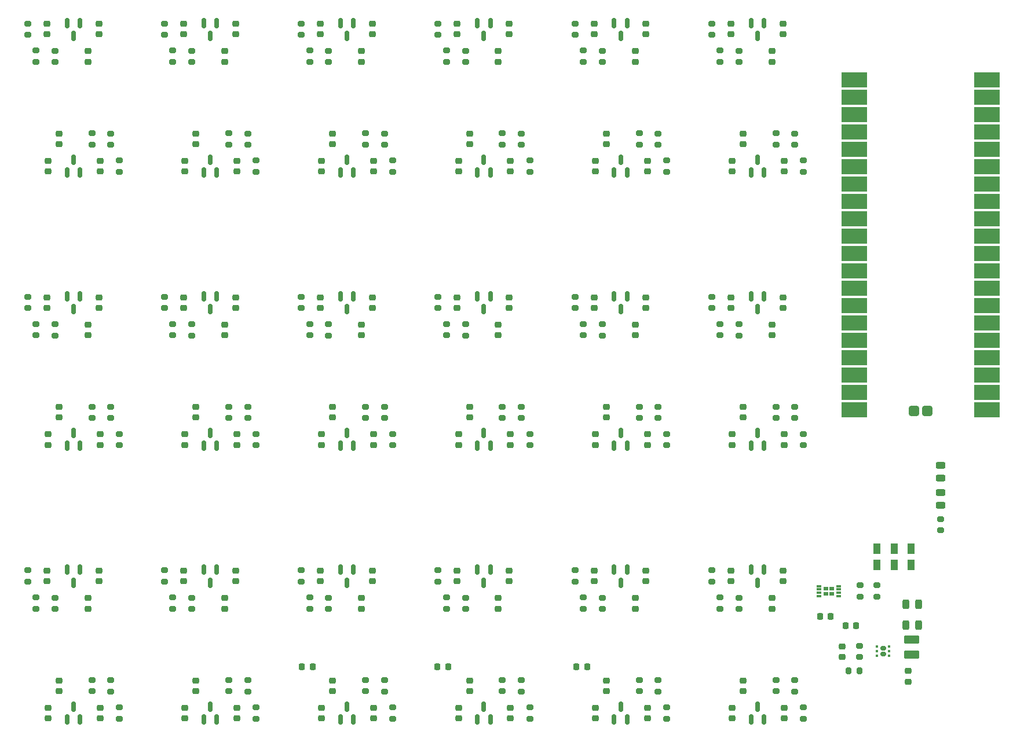
<source format=gbr>
%TF.GenerationSoftware,KiCad,Pcbnew,9.0.1*%
%TF.CreationDate,2025-11-23T11:55:31-07:00*%
%TF.ProjectId,Array,41727261-792e-46b6-9963-61645f706362,rev?*%
%TF.SameCoordinates,Original*%
%TF.FileFunction,Paste,Top*%
%TF.FilePolarity,Positive*%
%FSLAX46Y46*%
G04 Gerber Fmt 4.6, Leading zero omitted, Abs format (unit mm)*
G04 Created by KiCad (PCBNEW 9.0.1) date 2025-11-23 11:55:31*
%MOMM*%
%LPD*%
G01*
G04 APERTURE LIST*
G04 Aperture macros list*
%AMRoundRect*
0 Rectangle with rounded corners*
0 $1 Rounding radius*
0 $2 $3 $4 $5 $6 $7 $8 $9 X,Y pos of 4 corners*
0 Add a 4 corners polygon primitive as box body*
4,1,4,$2,$3,$4,$5,$6,$7,$8,$9,$2,$3,0*
0 Add four circle primitives for the rounded corners*
1,1,$1+$1,$2,$3*
1,1,$1+$1,$4,$5*
1,1,$1+$1,$6,$7*
1,1,$1+$1,$8,$9*
0 Add four rect primitives between the rounded corners*
20,1,$1+$1,$2,$3,$4,$5,0*
20,1,$1+$1,$4,$5,$6,$7,0*
20,1,$1+$1,$6,$7,$8,$9,0*
20,1,$1+$1,$8,$9,$2,$3,0*%
G04 Aperture macros list end*
%ADD10RoundRect,0.200000X-0.275000X0.200000X-0.275000X-0.200000X0.275000X-0.200000X0.275000X0.200000X0*%
%ADD11RoundRect,0.225000X-0.250000X0.225000X-0.250000X-0.225000X0.250000X-0.225000X0.250000X0.225000X0*%
%ADD12RoundRect,0.250000X0.850000X-0.375000X0.850000X0.375000X-0.850000X0.375000X-0.850000X-0.375000X0*%
%ADD13RoundRect,0.225000X-0.225000X-0.250000X0.225000X-0.250000X0.225000X0.250000X-0.225000X0.250000X0*%
%ADD14RoundRect,0.200000X0.200000X0.275000X-0.200000X0.275000X-0.200000X-0.275000X0.200000X-0.275000X0*%
%ADD15RoundRect,0.160000X-0.245000X-0.160000X0.245000X-0.160000X0.245000X0.160000X-0.245000X0.160000X0*%
%ADD16RoundRect,0.093750X-0.093750X-0.106250X0.093750X-0.106250X0.093750X0.106250X-0.093750X0.106250X0*%
%ADD17RoundRect,0.200000X0.275000X-0.200000X0.275000X0.200000X-0.275000X0.200000X-0.275000X-0.200000X0*%
%ADD18R,0.710000X0.580000*%
%ADD19R,0.750000X0.300000*%
%ADD20RoundRect,0.243750X0.243750X0.456250X-0.243750X0.456250X-0.243750X-0.456250X0.243750X-0.456250X0*%
%ADD21RoundRect,0.243750X0.456250X-0.243750X0.456250X0.243750X-0.456250X0.243750X-0.456250X-0.243750X0*%
%ADD22RoundRect,0.243750X-0.456250X0.243750X-0.456250X-0.243750X0.456250X-0.243750X0.456250X0.243750X0*%
%ADD23RoundRect,0.225000X0.250000X-0.225000X0.250000X0.225000X-0.250000X0.225000X-0.250000X-0.225000X0*%
%ADD24RoundRect,0.150000X0.150000X-0.587500X0.150000X0.587500X-0.150000X0.587500X-0.150000X-0.587500X0*%
%ADD25RoundRect,0.150000X-0.150000X0.587500X-0.150000X-0.587500X0.150000X-0.587500X0.150000X0.587500X0*%
%ADD26R,1.000000X1.600000*%
%ADD27RoundRect,0.225000X0.225000X0.250000X-0.225000X0.250000X-0.225000X-0.250000X0.225000X-0.250000X0*%
%ADD28R,3.800000X2.200000*%
%ADD29RoundRect,0.300000X0.450000X0.450000X-0.450000X0.450000X-0.450000X-0.450000X0.450000X-0.450000X0*%
G04 APERTURE END LIST*
D10*
%TO.C,R75*%
X181249442Y-136473601D03*
X181249442Y-138123601D03*
%TD*%
D11*
%TO.C,C116*%
X188361442Y-140155601D03*
X188361442Y-141705601D03*
%TD*%
D12*
%TO.C,L1*%
X188869442Y-137733601D03*
X188869442Y-135583601D03*
%TD*%
D13*
%TO.C,C117*%
X179191442Y-133551601D03*
X180741442Y-133551601D03*
%TD*%
D11*
%TO.C,C118*%
X178709442Y-136573601D03*
X178709442Y-138123601D03*
%TD*%
D14*
%TO.C,R76*%
X181249442Y-140155601D03*
X179599442Y-140155601D03*
%TD*%
D15*
%TO.C,U43*%
X184676942Y-136849601D03*
X184676942Y-137649601D03*
D16*
X183789442Y-136599601D03*
X183789442Y-137249601D03*
X183789442Y-137899601D03*
X185564442Y-137899601D03*
X185564442Y-137249601D03*
X185564442Y-136599601D03*
%TD*%
D17*
%TO.C,R73*%
X181285442Y-129255601D03*
X181285442Y-127605601D03*
%TD*%
D13*
%TO.C,C115*%
X175447942Y-132168101D03*
X176997942Y-132168101D03*
%TD*%
D17*
%TO.C,R74*%
X183795442Y-129255601D03*
X183795442Y-127605601D03*
%TD*%
D18*
%TO.C,U37*%
X177185442Y-128830601D03*
X177185442Y-128105601D03*
X176310442Y-128830601D03*
X176310442Y-128105601D03*
D19*
X178197942Y-129218101D03*
X178197942Y-128718101D03*
X178197942Y-128218101D03*
X178197942Y-127718101D03*
X175297942Y-127718101D03*
X175297942Y-128218101D03*
X175297942Y-128718101D03*
X175297942Y-129218101D03*
%TD*%
D20*
%TO.C,D2*%
X189854442Y-130391601D03*
X187979442Y-130391601D03*
%TD*%
%TO.C,D1*%
X189854442Y-133447601D03*
X187979442Y-133447601D03*
%TD*%
D17*
%TO.C,R81*%
X193078442Y-119542601D03*
X193078442Y-117892601D03*
%TD*%
D21*
%TO.C,D5*%
X193040442Y-115932101D03*
X193040442Y-114057101D03*
%TD*%
D22*
%TO.C,D3*%
X193040442Y-110064601D03*
X193040442Y-111939601D03*
%TD*%
D23*
%TO.C,C53*%
X104204442Y-63071601D03*
X104204442Y-61521601D03*
%TD*%
D11*
%TO.C,C104*%
X168414442Y-129471601D03*
X168414442Y-131021601D03*
%TD*%
D23*
%TO.C,C75*%
X142604442Y-107071601D03*
X142604442Y-105521601D03*
%TD*%
D11*
%TO.C,C25*%
X82414442Y-125471601D03*
X82414442Y-127021601D03*
%TD*%
D24*
%TO.C,U33*%
X165359442Y-107209101D03*
X167259442Y-107209101D03*
X166309442Y-105334101D03*
%TD*%
D17*
%TO.C,R18*%
X93004442Y-67121601D03*
X93004442Y-65471601D03*
%TD*%
%TO.C,R41*%
X133004442Y-107121601D03*
X133004442Y-105471601D03*
%TD*%
D10*
%TO.C,R40*%
X119614442Y-45421601D03*
X119614442Y-47071601D03*
%TD*%
D24*
%TO.C,U35*%
X165359442Y-67209101D03*
X167259442Y-67209101D03*
X166309442Y-65334101D03*
%TD*%
D10*
%TO.C,R13*%
X79614442Y-85421601D03*
X79614442Y-87071601D03*
%TD*%
%TO.C,R61*%
X159614442Y-85421601D03*
X159614442Y-87071601D03*
%TD*%
D23*
%TO.C,C92*%
X162604442Y-147071601D03*
X162604442Y-145521601D03*
%TD*%
D11*
%TO.C,C78*%
X150014442Y-45471601D03*
X150014442Y-47021601D03*
%TD*%
D23*
%TO.C,C62*%
X130204442Y-107071601D03*
X130204442Y-105521601D03*
%TD*%
D17*
%TO.C,R17*%
X93004442Y-107121601D03*
X93004442Y-105471601D03*
%TD*%
D11*
%TO.C,C86*%
X148414442Y-129471601D03*
X148414442Y-131021601D03*
%TD*%
%TO.C,C65*%
X122414442Y-45471601D03*
X122414442Y-47021601D03*
%TD*%
D25*
%TO.C,U24*%
X127259442Y-45334101D03*
X125359442Y-45334101D03*
X126309442Y-47209101D03*
%TD*%
D26*
%TO.C,SW1*%
X188789442Y-124663601D03*
X186289442Y-124663601D03*
X183789442Y-124663601D03*
X188789442Y-122263601D03*
X186289442Y-122263601D03*
X183789442Y-122263601D03*
%TD*%
D11*
%TO.C,C108*%
X168414442Y-49471601D03*
X168414442Y-51021601D03*
%TD*%
%TO.C,C17*%
X62414442Y-45471601D03*
X62414442Y-47021601D03*
%TD*%
%TO.C,C12*%
X68414442Y-89471601D03*
X68414442Y-91021601D03*
%TD*%
%TO.C,C81*%
X142414442Y-85471601D03*
X142414442Y-87021601D03*
%TD*%
D24*
%TO.C,U5*%
X65359442Y-67209101D03*
X67259442Y-67209101D03*
X66309442Y-65334101D03*
%TD*%
D23*
%TO.C,C77*%
X142604442Y-67071601D03*
X142604442Y-65521601D03*
%TD*%
%TO.C,C80*%
X150204442Y-107071601D03*
X150204442Y-105521601D03*
%TD*%
D17*
%TO.C,R26*%
X113004442Y-147121601D03*
X113004442Y-145471601D03*
%TD*%
D10*
%TO.C,R90*%
X91775442Y-101504601D03*
X91775442Y-103154601D03*
%TD*%
D23*
%TO.C,C46*%
X110204442Y-67071601D03*
X110204442Y-65521601D03*
%TD*%
D25*
%TO.C,U12*%
X87259442Y-45334101D03*
X85359442Y-45334101D03*
X86309442Y-47209101D03*
%TD*%
D23*
%TO.C,C69*%
X124204442Y-103071601D03*
X124204442Y-101521601D03*
%TD*%
%TO.C,C44*%
X110204442Y-107071601D03*
X110204442Y-105521601D03*
%TD*%
D10*
%TO.C,R94*%
X111775442Y-141504601D03*
X111775442Y-143154601D03*
%TD*%
D11*
%TO.C,C34*%
X88414442Y-89471601D03*
X88414442Y-91021601D03*
%TD*%
%TO.C,C47*%
X102414442Y-45471601D03*
X102414442Y-47021601D03*
%TD*%
D17*
%TO.C,R95*%
X100843442Y-131038601D03*
X100843442Y-129388601D03*
%TD*%
%TO.C,R43*%
X129004442Y-143121601D03*
X129004442Y-141471601D03*
%TD*%
D23*
%TO.C,C93*%
X162604442Y-107071601D03*
X162604442Y-105521601D03*
%TD*%
%TO.C,C38*%
X102604442Y-147071601D03*
X102604442Y-145521601D03*
%TD*%
%TO.C,C107*%
X164204442Y-63071601D03*
X164204442Y-61521601D03*
%TD*%
%TO.C,C14*%
X70204442Y-67071601D03*
X70204442Y-65521601D03*
%TD*%
D11*
%TO.C,C32*%
X88414442Y-129471601D03*
X88414442Y-131021601D03*
%TD*%
D10*
%TO.C,R104*%
X131775442Y-61504601D03*
X131775442Y-63154601D03*
%TD*%
D23*
%TO.C,C7*%
X62604442Y-107071601D03*
X62604442Y-105521601D03*
%TD*%
D11*
%TO.C,C6*%
X68414442Y-129471601D03*
X68414442Y-131021601D03*
%TD*%
%TO.C,C11*%
X62414442Y-85471601D03*
X62414442Y-87021601D03*
%TD*%
D24*
%TO.C,U7*%
X85359442Y-147209101D03*
X87259442Y-147209101D03*
X86309442Y-145334101D03*
%TD*%
D10*
%TO.C,R82*%
X71775442Y-141504601D03*
X71775442Y-143154601D03*
%TD*%
D27*
%TO.C,C110*%
X121064442Y-139535601D03*
X119514442Y-139535601D03*
%TD*%
D11*
%TO.C,C24*%
X90014442Y-45471601D03*
X90014442Y-47021601D03*
%TD*%
D17*
%TO.C,R89*%
X80843442Y-131038601D03*
X80843442Y-129388601D03*
%TD*%
D11*
%TO.C,C42*%
X110014442Y-45471601D03*
X110014442Y-47021601D03*
%TD*%
%TO.C,C61*%
X122414442Y-125471601D03*
X122414442Y-127021601D03*
%TD*%
%TO.C,C40*%
X110014442Y-85471601D03*
X110014442Y-87021601D03*
%TD*%
D23*
%TO.C,C105*%
X164204442Y-103071601D03*
X164204442Y-101521601D03*
%TD*%
D10*
%TO.C,R100*%
X131775442Y-141504601D03*
X131775442Y-143154601D03*
%TD*%
D17*
%TO.C,R103*%
X120843442Y-91038601D03*
X120843442Y-89388601D03*
%TD*%
%TO.C,R91*%
X80843442Y-91038601D03*
X80843442Y-89388601D03*
%TD*%
D23*
%TO.C,C82*%
X150204442Y-67071601D03*
X150204442Y-65521601D03*
%TD*%
%TO.C,C98*%
X170204442Y-107071601D03*
X170204442Y-105521601D03*
%TD*%
D10*
%TO.C,R92*%
X91775442Y-61504601D03*
X91775442Y-63154601D03*
%TD*%
D11*
%TO.C,C88*%
X148414442Y-89471601D03*
X148414442Y-91021601D03*
%TD*%
D17*
%TO.C,R42*%
X133004442Y-67121601D03*
X133004442Y-65471601D03*
%TD*%
D11*
%TO.C,C63*%
X122414442Y-85471601D03*
X122414442Y-87021601D03*
%TD*%
D25*
%TO.C,U8*%
X87259442Y-125334101D03*
X85359442Y-125334101D03*
X86309442Y-127209101D03*
%TD*%
D24*
%TO.C,U13*%
X105359442Y-147209101D03*
X107259442Y-147209101D03*
X106309442Y-145334101D03*
%TD*%
D10*
%TO.C,R88*%
X91775442Y-141504601D03*
X91775442Y-143154601D03*
%TD*%
D24*
%TO.C,U11*%
X85359442Y-67209101D03*
X87259442Y-67209101D03*
X86309442Y-65334101D03*
%TD*%
D11*
%TO.C,C94*%
X170014442Y-85471601D03*
X170014442Y-87021601D03*
%TD*%
%TO.C,C54*%
X108414442Y-49471601D03*
X108414442Y-51021601D03*
%TD*%
%TO.C,C50*%
X108414442Y-129471601D03*
X108414442Y-131021601D03*
%TD*%
D17*
%TO.C,R6*%
X69004442Y-103121601D03*
X69004442Y-101471601D03*
%TD*%
D11*
%TO.C,C96*%
X170014442Y-45471601D03*
X170014442Y-47021601D03*
%TD*%
D23*
%TO.C,C67*%
X124204442Y-143071601D03*
X124204442Y-141521601D03*
%TD*%
D24*
%TO.C,U1*%
X65359442Y-147209101D03*
X67259442Y-147209101D03*
X66309442Y-145334101D03*
%TD*%
D23*
%TO.C,C85*%
X144204442Y-143071601D03*
X144204442Y-141521601D03*
%TD*%
D25*
%TO.C,U16*%
X107259442Y-85334101D03*
X105359442Y-85334101D03*
X106309442Y-87209101D03*
%TD*%
D23*
%TO.C,C13*%
X62604442Y-67071601D03*
X62604442Y-65521601D03*
%TD*%
D25*
%TO.C,U28*%
X147259442Y-85334101D03*
X145359442Y-85334101D03*
X146309442Y-87209101D03*
%TD*%
D28*
%TO.C,A1*%
X199829442Y-101943601D03*
X199829442Y-99403601D03*
X199829442Y-96863601D03*
X199829442Y-94323601D03*
X199829442Y-91783601D03*
X199829442Y-89243601D03*
X199829442Y-86703601D03*
X199829442Y-84163601D03*
X199829442Y-81623601D03*
X199829442Y-79083601D03*
X199829442Y-76543601D03*
X199829442Y-74003601D03*
X199829442Y-71463601D03*
X199829442Y-68923601D03*
X199829442Y-66383601D03*
X199829442Y-63843601D03*
X199829442Y-61303601D03*
X199829442Y-58763601D03*
X199829442Y-56223601D03*
X199829442Y-53683601D03*
X180449442Y-101943601D03*
X180449442Y-99403601D03*
X180449442Y-96863601D03*
X180449442Y-94323601D03*
X180449442Y-91783601D03*
X180449442Y-89243601D03*
X180449442Y-86703601D03*
X180449442Y-84163601D03*
X180449442Y-81623601D03*
X180449442Y-79083601D03*
X180449442Y-76543601D03*
X180449442Y-74003601D03*
X180449442Y-71463601D03*
X180449442Y-68923601D03*
X180449442Y-66383601D03*
X180449442Y-63843601D03*
X180449442Y-61303601D03*
X180449442Y-58763601D03*
X180449442Y-56223601D03*
X180449442Y-53683601D03*
D29*
X189139442Y-102113601D03*
X191139442Y-102113601D03*
%TD*%
D10*
%TO.C,R3*%
X59614442Y-125421601D03*
X59614442Y-127071601D03*
%TD*%
D17*
%TO.C,R2*%
X73004442Y-147121601D03*
X73004442Y-145471601D03*
%TD*%
D24*
%TO.C,U3*%
X65359442Y-107209101D03*
X67259442Y-107209101D03*
X66309442Y-105334101D03*
%TD*%
D10*
%TO.C,R23*%
X83614442Y-129421601D03*
X83614442Y-131071601D03*
%TD*%
D11*
%TO.C,C97*%
X162414442Y-125471601D03*
X162414442Y-127021601D03*
%TD*%
D10*
%TO.C,R27*%
X99614442Y-125421601D03*
X99614442Y-127071601D03*
%TD*%
D25*
%TO.C,U20*%
X127259442Y-125334101D03*
X125359442Y-125334101D03*
X126309442Y-127209101D03*
%TD*%
D11*
%TO.C,C58*%
X130014442Y-85471601D03*
X130014442Y-87021601D03*
%TD*%
D10*
%TO.C,R64*%
X159614442Y-45421601D03*
X159614442Y-47071601D03*
%TD*%
%TO.C,R71*%
X163614442Y-129421601D03*
X163614442Y-131071601D03*
%TD*%
D11*
%TO.C,C16*%
X70014442Y-45471601D03*
X70014442Y-47021601D03*
%TD*%
D23*
%TO.C,C2*%
X70204442Y-147071601D03*
X70204442Y-145521601D03*
%TD*%
%TO.C,C49*%
X104204442Y-143071601D03*
X104204442Y-141521601D03*
%TD*%
D24*
%TO.C,U17*%
X105359442Y-67209101D03*
X107259442Y-67209101D03*
X106309442Y-65334101D03*
%TD*%
D23*
%TO.C,C20*%
X82604442Y-147071601D03*
X82604442Y-145521601D03*
%TD*%
%TO.C,C21*%
X82604442Y-107071601D03*
X82604442Y-105521601D03*
%TD*%
D25*
%TO.C,U36*%
X167259442Y-45334101D03*
X165359442Y-45334101D03*
X166309442Y-47209101D03*
%TD*%
D17*
%TO.C,R1*%
X69004442Y-143121601D03*
X69004442Y-141471601D03*
%TD*%
D11*
%TO.C,C29*%
X82414442Y-45471601D03*
X82414442Y-47021601D03*
%TD*%
D10*
%TO.C,R48*%
X123614442Y-49421601D03*
X123614442Y-51071601D03*
%TD*%
%TO.C,R72*%
X163614442Y-49421601D03*
X163614442Y-51071601D03*
%TD*%
D11*
%TO.C,C79*%
X142414442Y-125471601D03*
X142414442Y-127021601D03*
%TD*%
D25*
%TO.C,U10*%
X87259442Y-85334101D03*
X85359442Y-85334101D03*
X86309442Y-87209101D03*
%TD*%
D17*
%TO.C,R87*%
X60843442Y-51038601D03*
X60843442Y-49388601D03*
%TD*%
D10*
%TO.C,R112*%
X171775442Y-141504601D03*
X171775442Y-143154601D03*
%TD*%
D11*
%TO.C,C43*%
X102414442Y-125471601D03*
X102414442Y-127021601D03*
%TD*%
D17*
%TO.C,R33*%
X109004442Y-103121601D03*
X109004442Y-101471601D03*
%TD*%
%TO.C,R107*%
X140843442Y-131038601D03*
X140843442Y-129388601D03*
%TD*%
D11*
%TO.C,C68*%
X128414442Y-129471601D03*
X128414442Y-131021601D03*
%TD*%
D17*
%TO.C,R57*%
X149004442Y-103121601D03*
X149004442Y-101471601D03*
%TD*%
D23*
%TO.C,C64*%
X130204442Y-67071601D03*
X130204442Y-65521601D03*
%TD*%
D10*
%TO.C,R15*%
X79614442Y-125421601D03*
X79614442Y-127071601D03*
%TD*%
%TO.C,R49*%
X139614442Y-85421601D03*
X139614442Y-87071601D03*
%TD*%
D17*
%TO.C,R69*%
X169004442Y-103121601D03*
X169004442Y-101471601D03*
%TD*%
%TO.C,R19*%
X89004442Y-143121601D03*
X89004442Y-141471601D03*
%TD*%
D10*
%TO.C,R51*%
X139614442Y-125421601D03*
X139614442Y-127071601D03*
%TD*%
%TO.C,R8*%
X63614442Y-89421601D03*
X63614442Y-91071601D03*
%TD*%
D17*
%TO.C,R55*%
X149004442Y-143121601D03*
X149004442Y-141471601D03*
%TD*%
D23*
%TO.C,C26*%
X90204442Y-107071601D03*
X90204442Y-105521601D03*
%TD*%
D11*
%TO.C,C91*%
X170014442Y-125471601D03*
X170014442Y-127021601D03*
%TD*%
D10*
%TO.C,R25*%
X99614442Y-85421601D03*
X99614442Y-87071601D03*
%TD*%
D17*
%TO.C,R29*%
X113004442Y-107121601D03*
X113004442Y-105471601D03*
%TD*%
D25*
%TO.C,U6*%
X67259442Y-45334101D03*
X65359442Y-45334101D03*
X66309442Y-47209101D03*
%TD*%
D11*
%TO.C,C76*%
X150014442Y-85471601D03*
X150014442Y-87021601D03*
%TD*%
D10*
%TO.C,R116*%
X171775442Y-61504601D03*
X171775442Y-63154601D03*
%TD*%
D23*
%TO.C,C41*%
X102604442Y-67071601D03*
X102604442Y-65521601D03*
%TD*%
%TO.C,C15*%
X64204442Y-63071601D03*
X64204442Y-61521601D03*
%TD*%
D24*
%TO.C,U23*%
X125359442Y-67209101D03*
X127259442Y-67209101D03*
X126309442Y-65334101D03*
%TD*%
D17*
%TO.C,R97*%
X100843442Y-91038601D03*
X100843442Y-89388601D03*
%TD*%
D23*
%TO.C,C56*%
X122604442Y-147071601D03*
X122604442Y-145521601D03*
%TD*%
D10*
%TO.C,R63*%
X159614442Y-125421601D03*
X159614442Y-127071601D03*
%TD*%
D11*
%TO.C,C36*%
X88414442Y-49471601D03*
X88414442Y-51021601D03*
%TD*%
D10*
%TO.C,R36*%
X103614442Y-49421601D03*
X103614442Y-51071601D03*
%TD*%
D17*
%TO.C,R115*%
X160843442Y-91038601D03*
X160843442Y-89388601D03*
%TD*%
D11*
%TO.C,C10*%
X70014442Y-85471601D03*
X70014442Y-87021601D03*
%TD*%
D17*
%TO.C,R113*%
X160843442Y-131038601D03*
X160843442Y-129388601D03*
%TD*%
D10*
%TO.C,R11*%
X59614442Y-45421601D03*
X59614442Y-47071601D03*
%TD*%
D11*
%TO.C,C52*%
X108414442Y-89471601D03*
X108414442Y-91021601D03*
%TD*%
D23*
%TO.C,C33*%
X84204442Y-103071601D03*
X84204442Y-101521601D03*
%TD*%
D11*
%TO.C,C101*%
X162414442Y-45471601D03*
X162414442Y-47021601D03*
%TD*%
%TO.C,C27*%
X82414442Y-85471601D03*
X82414442Y-87021601D03*
%TD*%
D17*
%TO.C,R70*%
X169004442Y-63121601D03*
X169004442Y-61471601D03*
%TD*%
D23*
%TO.C,C1*%
X62604442Y-147071601D03*
X62604442Y-145521601D03*
%TD*%
D17*
%TO.C,R30*%
X113004442Y-67121601D03*
X113004442Y-65471601D03*
%TD*%
D10*
%TO.C,R37*%
X119614442Y-85421601D03*
X119614442Y-87071601D03*
%TD*%
D17*
%TO.C,R109*%
X140843442Y-91038601D03*
X140843442Y-89388601D03*
%TD*%
%TO.C,R22*%
X89004442Y-63121601D03*
X89004442Y-61471601D03*
%TD*%
D23*
%TO.C,C39*%
X102604442Y-107071601D03*
X102604442Y-105521601D03*
%TD*%
D10*
%TO.C,R32*%
X103614442Y-89421601D03*
X103614442Y-91071601D03*
%TD*%
D17*
%TO.C,R85*%
X60843442Y-91038601D03*
X60843442Y-89388601D03*
%TD*%
D11*
%TO.C,C70*%
X128414442Y-89471601D03*
X128414442Y-91021601D03*
%TD*%
D10*
%TO.C,R28*%
X99614442Y-45421601D03*
X99614442Y-47071601D03*
%TD*%
D17*
%TO.C,R111*%
X140843442Y-51038601D03*
X140843442Y-49388601D03*
%TD*%
D11*
%TO.C,C83*%
X142414442Y-45471601D03*
X142414442Y-47021601D03*
%TD*%
D17*
%TO.C,R9*%
X73004442Y-67121601D03*
X73004442Y-65471601D03*
%TD*%
D23*
%TO.C,C87*%
X144204442Y-103071601D03*
X144204442Y-101521601D03*
%TD*%
D17*
%TO.C,R83*%
X60843442Y-131038601D03*
X60843442Y-129388601D03*
%TD*%
D10*
%TO.C,R60*%
X143614442Y-49421601D03*
X143614442Y-51071601D03*
%TD*%
D23*
%TO.C,C8*%
X70204442Y-107071601D03*
X70204442Y-105521601D03*
%TD*%
D24*
%TO.C,U31*%
X165359442Y-147209101D03*
X167259442Y-147209101D03*
X166309442Y-145334101D03*
%TD*%
D17*
%TO.C,R31*%
X109004442Y-143121601D03*
X109004442Y-141471601D03*
%TD*%
%TO.C,R65*%
X173004442Y-107121601D03*
X173004442Y-105471601D03*
%TD*%
D10*
%TO.C,R59*%
X143614442Y-129421601D03*
X143614442Y-131071601D03*
%TD*%
D11*
%TO.C,C99*%
X162414442Y-85471601D03*
X162414442Y-87021601D03*
%TD*%
D17*
%TO.C,R38*%
X133004442Y-147121601D03*
X133004442Y-145471601D03*
%TD*%
D23*
%TO.C,C66*%
X130204442Y-147071601D03*
X130204442Y-145521601D03*
%TD*%
D17*
%TO.C,R34*%
X109004442Y-63121601D03*
X109004442Y-61471601D03*
%TD*%
D10*
%TO.C,R20*%
X83614442Y-89421601D03*
X83614442Y-91071601D03*
%TD*%
%TO.C,R47*%
X123614442Y-129421601D03*
X123614442Y-131071601D03*
%TD*%
D11*
%TO.C,C60*%
X130014442Y-45471601D03*
X130014442Y-47021601D03*
%TD*%
D17*
%TO.C,R62*%
X173004442Y-147121601D03*
X173004442Y-145471601D03*
%TD*%
%TO.C,R53*%
X153004442Y-107121601D03*
X153004442Y-105471601D03*
%TD*%
D10*
%TO.C,R102*%
X131775442Y-101504601D03*
X131775442Y-103154601D03*
%TD*%
D17*
%TO.C,R10*%
X69004442Y-63121601D03*
X69004442Y-61471601D03*
%TD*%
D23*
%TO.C,C71*%
X124204442Y-63071601D03*
X124204442Y-61521601D03*
%TD*%
D27*
%TO.C,C111*%
X141384442Y-139535601D03*
X139834442Y-139535601D03*
%TD*%
D24*
%TO.C,U19*%
X125359442Y-147209101D03*
X127259442Y-147209101D03*
X126309442Y-145334101D03*
%TD*%
D23*
%TO.C,C103*%
X164204442Y-143071601D03*
X164204442Y-141521601D03*
%TD*%
D17*
%TO.C,R46*%
X129004442Y-63121601D03*
X129004442Y-61471601D03*
%TD*%
D10*
%TO.C,R86*%
X71775442Y-61504601D03*
X71775442Y-63154601D03*
%TD*%
D11*
%TO.C,C73*%
X150014442Y-125471601D03*
X150014442Y-127021601D03*
%TD*%
D23*
%TO.C,C95*%
X162604442Y-67071601D03*
X162604442Y-65521601D03*
%TD*%
D11*
%TO.C,C5*%
X62414442Y-125471601D03*
X62414442Y-127021601D03*
%TD*%
D17*
%TO.C,R45*%
X129004442Y-103121601D03*
X129004442Y-101471601D03*
%TD*%
%TO.C,R99*%
X100843442Y-51038601D03*
X100843442Y-49388601D03*
%TD*%
D27*
%TO.C,C109*%
X101252442Y-139535601D03*
X99702442Y-139535601D03*
%TD*%
D23*
%TO.C,C89*%
X144204442Y-63071601D03*
X144204442Y-61521601D03*
%TD*%
D10*
%TO.C,R52*%
X139614442Y-45421601D03*
X139614442Y-47071601D03*
%TD*%
D24*
%TO.C,U27*%
X145359442Y-107209101D03*
X147259442Y-107209101D03*
X146309442Y-105334101D03*
%TD*%
D17*
%TO.C,R50*%
X153004442Y-147121601D03*
X153004442Y-145471601D03*
%TD*%
D24*
%TO.C,U29*%
X145359442Y-67209101D03*
X147259442Y-67209101D03*
X146309442Y-65334101D03*
%TD*%
D23*
%TO.C,C100*%
X170204442Y-67071601D03*
X170204442Y-65521601D03*
%TD*%
D17*
%TO.C,R93*%
X80843442Y-51038601D03*
X80843442Y-49388601D03*
%TD*%
%TO.C,R101*%
X120843442Y-131038601D03*
X120843442Y-129388601D03*
%TD*%
%TO.C,R58*%
X149004442Y-63121601D03*
X149004442Y-61471601D03*
%TD*%
D23*
%TO.C,C51*%
X104204442Y-103071601D03*
X104204442Y-101521601D03*
%TD*%
D24*
%TO.C,U15*%
X105359442Y-107209101D03*
X107259442Y-107209101D03*
X106309442Y-105334101D03*
%TD*%
D23*
%TO.C,C30*%
X90204442Y-147071601D03*
X90204442Y-145521601D03*
%TD*%
D25*
%TO.C,U34*%
X167259442Y-85334101D03*
X165359442Y-85334101D03*
X166309442Y-87209101D03*
%TD*%
D11*
%TO.C,C4*%
X70014442Y-125471601D03*
X70014442Y-127021601D03*
%TD*%
D17*
%TO.C,R66*%
X173004442Y-67121601D03*
X173004442Y-65471601D03*
%TD*%
D25*
%TO.C,U26*%
X147259442Y-125334101D03*
X145359442Y-125334101D03*
X146309442Y-127209101D03*
%TD*%
D11*
%TO.C,C72*%
X128414442Y-49471601D03*
X128414442Y-51021601D03*
%TD*%
D23*
%TO.C,C102*%
X170204442Y-147071601D03*
X170204442Y-145521601D03*
%TD*%
D25*
%TO.C,U30*%
X147259442Y-45334101D03*
X145359442Y-45334101D03*
X146309442Y-47209101D03*
%TD*%
D17*
%TO.C,R21*%
X89004442Y-103121601D03*
X89004442Y-101471601D03*
%TD*%
D10*
%TO.C,R110*%
X151775442Y-61504601D03*
X151775442Y-63154601D03*
%TD*%
D11*
%TO.C,C19*%
X90014442Y-125471601D03*
X90014442Y-127021601D03*
%TD*%
D23*
%TO.C,C31*%
X84204442Y-143071601D03*
X84204442Y-141521601D03*
%TD*%
D17*
%TO.C,R105*%
X120843442Y-51038601D03*
X120843442Y-49388601D03*
%TD*%
D10*
%TO.C,R44*%
X123614442Y-89421601D03*
X123614442Y-91071601D03*
%TD*%
D11*
%TO.C,C37*%
X110014442Y-125471601D03*
X110014442Y-127021601D03*
%TD*%
%TO.C,C90*%
X148414442Y-49471601D03*
X148414442Y-51021601D03*
%TD*%
D10*
%TO.C,R106*%
X151775442Y-141504601D03*
X151775442Y-143154601D03*
%TD*%
D23*
%TO.C,C59*%
X122604442Y-67071601D03*
X122604442Y-65521601D03*
%TD*%
%TO.C,C74*%
X142604442Y-147071601D03*
X142604442Y-145521601D03*
%TD*%
D10*
%TO.C,R96*%
X111775442Y-101504601D03*
X111775442Y-103154601D03*
%TD*%
D24*
%TO.C,U21*%
X125359442Y-107209101D03*
X127259442Y-107209101D03*
X126309442Y-105334101D03*
%TD*%
D25*
%TO.C,U14*%
X107259442Y-125334101D03*
X105359442Y-125334101D03*
X106309442Y-127209101D03*
%TD*%
D11*
%TO.C,C55*%
X130014442Y-125471601D03*
X130014442Y-127021601D03*
%TD*%
D25*
%TO.C,U2*%
X67259442Y-125334101D03*
X65359442Y-125334101D03*
X66309442Y-127209101D03*
%TD*%
D10*
%TO.C,R35*%
X103614442Y-129421601D03*
X103614442Y-131071601D03*
%TD*%
D23*
%TO.C,C84*%
X150204442Y-147071601D03*
X150204442Y-145521601D03*
%TD*%
%TO.C,C23*%
X82604442Y-67071601D03*
X82604442Y-65521601D03*
%TD*%
D25*
%TO.C,U4*%
X67259442Y-85334101D03*
X65359442Y-85334101D03*
X66309442Y-87209101D03*
%TD*%
D10*
%TO.C,R84*%
X71775442Y-101504601D03*
X71775442Y-103154601D03*
%TD*%
D17*
%TO.C,R5*%
X73004442Y-107121601D03*
X73004442Y-105471601D03*
%TD*%
D10*
%TO.C,R16*%
X79614442Y-45421601D03*
X79614442Y-47071601D03*
%TD*%
D25*
%TO.C,U22*%
X127259442Y-85334101D03*
X125359442Y-85334101D03*
X126309442Y-87209101D03*
%TD*%
D10*
%TO.C,R98*%
X111775442Y-61504601D03*
X111775442Y-63154601D03*
%TD*%
%TO.C,R56*%
X143614442Y-89421601D03*
X143614442Y-91071601D03*
%TD*%
D23*
%TO.C,C9*%
X64204442Y-103071601D03*
X64204442Y-101521601D03*
%TD*%
D25*
%TO.C,U32*%
X167259442Y-125334101D03*
X165359442Y-125334101D03*
X166309442Y-127209101D03*
%TD*%
D10*
%TO.C,R7*%
X59614442Y-85421601D03*
X59614442Y-87071601D03*
%TD*%
D25*
%TO.C,U18*%
X107259442Y-45334101D03*
X105359442Y-45334101D03*
X106309442Y-47209101D03*
%TD*%
D17*
%TO.C,R117*%
X160843442Y-51038601D03*
X160843442Y-49388601D03*
%TD*%
D23*
%TO.C,C48*%
X110204442Y-147071601D03*
X110204442Y-145521601D03*
%TD*%
D11*
%TO.C,C106*%
X168414442Y-89471601D03*
X168414442Y-91021601D03*
%TD*%
D24*
%TO.C,U9*%
X85359442Y-107209101D03*
X87259442Y-107209101D03*
X86309442Y-105334101D03*
%TD*%
D10*
%TO.C,R39*%
X119614442Y-125421601D03*
X119614442Y-127071601D03*
%TD*%
%TO.C,R4*%
X63614442Y-129421601D03*
X63614442Y-131071601D03*
%TD*%
%TO.C,R12*%
X63614442Y-49421601D03*
X63614442Y-51071601D03*
%TD*%
D23*
%TO.C,C28*%
X90204442Y-67071601D03*
X90204442Y-65521601D03*
%TD*%
D10*
%TO.C,R114*%
X171775442Y-101504601D03*
X171775442Y-103154601D03*
%TD*%
%TO.C,R108*%
X151775442Y-101504601D03*
X151775442Y-103154601D03*
%TD*%
D17*
%TO.C,R54*%
X153004442Y-67121601D03*
X153004442Y-65471601D03*
%TD*%
D10*
%TO.C,R24*%
X83614442Y-49421601D03*
X83614442Y-51071601D03*
%TD*%
D23*
%TO.C,C57*%
X122604442Y-107071601D03*
X122604442Y-105521601D03*
%TD*%
D11*
%TO.C,C22*%
X90014442Y-85471601D03*
X90014442Y-87021601D03*
%TD*%
D17*
%TO.C,R67*%
X169004442Y-143121601D03*
X169004442Y-141471601D03*
%TD*%
%TO.C,R14*%
X93004442Y-147121601D03*
X93004442Y-145471601D03*
%TD*%
D24*
%TO.C,U25*%
X145359442Y-147209101D03*
X147259442Y-147209101D03*
X146309442Y-145334101D03*
%TD*%
D11*
%TO.C,C45*%
X102414442Y-85471601D03*
X102414442Y-87021601D03*
%TD*%
D23*
%TO.C,C3*%
X64204442Y-143071601D03*
X64204442Y-141521601D03*
%TD*%
D11*
%TO.C,C18*%
X68414442Y-49471601D03*
X68414442Y-51021601D03*
%TD*%
D10*
%TO.C,R68*%
X163614442Y-89421601D03*
X163614442Y-91071601D03*
%TD*%
D23*
%TO.C,C35*%
X84204442Y-63071601D03*
X84204442Y-61521601D03*
%TD*%
M02*

</source>
